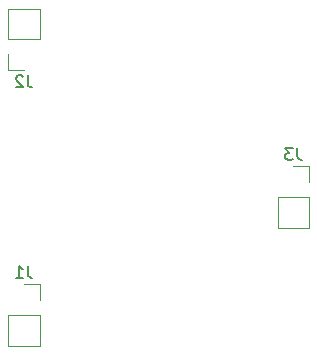
<source format=gbr>
%TF.GenerationSoftware,KiCad,Pcbnew,(6.0.8-1)-1*%
%TF.CreationDate,2023-01-25T17:11:04-08:00*%
%TF.ProjectId,SiPM_breakout,5369504d-5f62-4726-9561-6b6f75742e6b,rev?*%
%TF.SameCoordinates,Original*%
%TF.FileFunction,Legend,Bot*%
%TF.FilePolarity,Positive*%
%FSLAX46Y46*%
G04 Gerber Fmt 4.6, Leading zero omitted, Abs format (unit mm)*
G04 Created by KiCad (PCBNEW (6.0.8-1)-1) date 2023-01-25 17:11:04*
%MOMM*%
%LPD*%
G01*
G04 APERTURE LIST*
%ADD10C,0.150000*%
%ADD11C,0.120000*%
G04 APERTURE END LIST*
D10*
%TO.C,J2*%
X79733333Y-88982380D02*
X79733333Y-89696666D01*
X79780952Y-89839523D01*
X79876190Y-89934761D01*
X80019047Y-89982380D01*
X80114285Y-89982380D01*
X79304761Y-89077619D02*
X79257142Y-89030000D01*
X79161904Y-88982380D01*
X78923809Y-88982380D01*
X78828571Y-89030000D01*
X78780952Y-89077619D01*
X78733333Y-89172857D01*
X78733333Y-89268095D01*
X78780952Y-89410952D01*
X79352380Y-89982380D01*
X78733333Y-89982380D01*
%TO.C,J1*%
X79733333Y-105122380D02*
X79733333Y-105836666D01*
X79780952Y-105979523D01*
X79876190Y-106074761D01*
X80019047Y-106122380D01*
X80114285Y-106122380D01*
X78733333Y-106122380D02*
X79304761Y-106122380D01*
X79019047Y-106122380D02*
X79019047Y-105122380D01*
X79114285Y-105265238D01*
X79209523Y-105360476D01*
X79304761Y-105408095D01*
%TO.C,J3*%
X102533333Y-95122380D02*
X102533333Y-95836666D01*
X102580952Y-95979523D01*
X102676190Y-96074761D01*
X102819047Y-96122380D01*
X102914285Y-96122380D01*
X102152380Y-95122380D02*
X101533333Y-95122380D01*
X101866666Y-95503333D01*
X101723809Y-95503333D01*
X101628571Y-95550952D01*
X101580952Y-95598571D01*
X101533333Y-95693809D01*
X101533333Y-95931904D01*
X101580952Y-96027142D01*
X101628571Y-96074761D01*
X101723809Y-96122380D01*
X102009523Y-96122380D01*
X102104761Y-96074761D01*
X102152380Y-96027142D01*
D11*
%TO.C,J2*%
X78070000Y-87200000D02*
X78070000Y-88530000D01*
X78070000Y-85930000D02*
X80730000Y-85930000D01*
X78070000Y-88530000D02*
X79400000Y-88530000D01*
X78070000Y-85930000D02*
X78070000Y-83330000D01*
X78070000Y-83330000D02*
X80730000Y-83330000D01*
X80730000Y-85930000D02*
X80730000Y-83330000D01*
%TO.C,J1*%
X80730000Y-109270000D02*
X80730000Y-111870000D01*
X78070000Y-109270000D02*
X78070000Y-111870000D01*
X80730000Y-111870000D02*
X78070000Y-111870000D01*
X80730000Y-106670000D02*
X79400000Y-106670000D01*
X80730000Y-108000000D02*
X80730000Y-106670000D01*
X80730000Y-109270000D02*
X78070000Y-109270000D01*
%TO.C,J3*%
X103530000Y-96670000D02*
X102200000Y-96670000D01*
X103530000Y-99270000D02*
X103530000Y-101870000D01*
X100870000Y-99270000D02*
X100870000Y-101870000D01*
X103530000Y-99270000D02*
X100870000Y-99270000D01*
X103530000Y-101870000D02*
X100870000Y-101870000D01*
X103530000Y-98000000D02*
X103530000Y-96670000D01*
%TD*%
M02*

</source>
